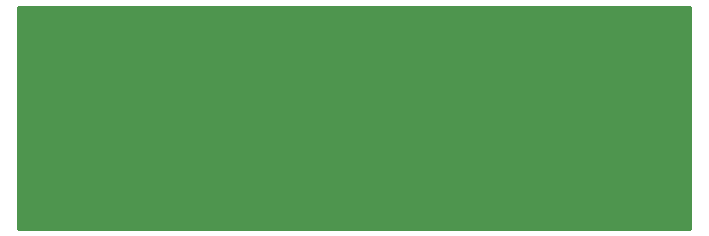
<source format=gbr>
G04 #@! TF.GenerationSoftware,KiCad,Pcbnew,(5.1.10-1-10_14)*
G04 #@! TF.CreationDate,2021-08-18T21:15:36-05:00*
G04 #@! TF.ProjectId,PCB-Keychains,5043422d-4b65-4796-9368-61696e732e6b,rev?*
G04 #@! TF.SameCoordinates,Original*
G04 #@! TF.FileFunction,Copper,L1,Top*
G04 #@! TF.FilePolarity,Positive*
%FSLAX46Y46*%
G04 Gerber Fmt 4.6, Leading zero omitted, Abs format (unit mm)*
G04 Created by KiCad (PCBNEW (5.1.10-1-10_14)) date 2021-08-18 21:15:36*
%MOMM*%
%LPD*%
G01*
G04 APERTURE LIST*
G04 #@! TA.AperFunction,NonConductor*
%ADD10C,0.254000*%
G04 #@! TD*
G04 #@! TA.AperFunction,NonConductor*
%ADD11C,0.100000*%
G04 #@! TD*
G04 APERTURE END LIST*
D10*
X93763000Y-62163000D02*
X36867000Y-62163000D01*
X36867000Y-43367000D01*
X93763000Y-43367000D01*
X93763000Y-62163000D01*
G04 #@! TA.AperFunction,NonConductor*
D11*
G36*
X93763000Y-62163000D02*
G01*
X36867000Y-62163000D01*
X36867000Y-43367000D01*
X93763000Y-43367000D01*
X93763000Y-62163000D01*
G37*
G04 #@! TD.AperFunction*
M02*

</source>
